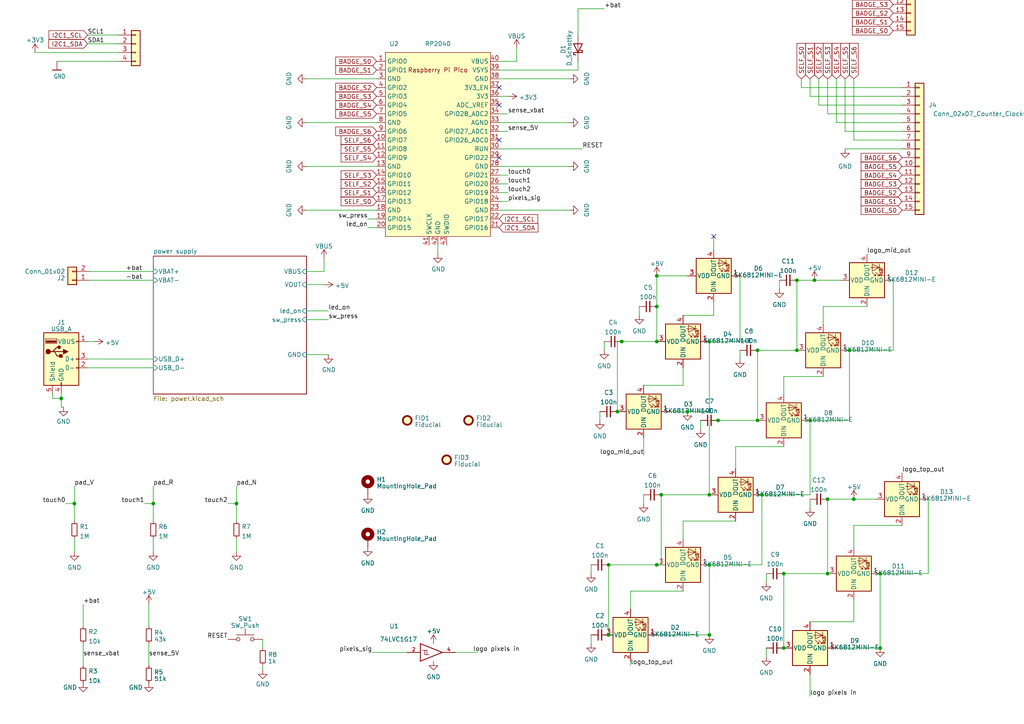
<source format=kicad_sch>
(kicad_sch (version 20230121) (generator eeschema)
  (paper "A4")
  (lib_symbols
    (symbol "74xGxx:74LVC1G17" (pin_names (offset 1.016))
      (property "Reference" "U" (at -2.54 3.81 0))
      (property "Value" "74LVC1G17" (at 0 -3.81 0))
      (symbol "74LVC1G17_1_1"
        (pin input line (at -7.62 0 0) (length 3.81) (name "~") (number "2"))
        (pin power_in line (at 0 -2.54 270) (length 0) hide (name "GND") (number "3"))
        (pin output line (at 6.35 0 180) (length 3.81) (name "~") (number "4"))
        (pin power_in line (at 0 2.54 90) (length 0) hide (name "VCC") (number "5"))
      )
    )
    (symbol "Adafruit QT Py RP2040-eagle-import:GND" (power)
      (property "Value" "GND" (at -1.524 -2.54 0))
      (symbol "GND_1_0"
        (pin power_in line (at 0 2.54 270) (length 2.54) (name "GND") (number "1"))
      )
    )
    (symbol "Connector:USB_A" (pin_names (offset 1.016))
      (property "Reference" "J" (at -5.08 11.43 0))
      (property "Value" "USB_A" (at -5.08 8.89 0))
      (symbol "USB_A_1_1"
        (pin power_in line (at 7.62 5.08 180) (length 2.54) (name "VBUS") (number "1"))
        (pin bidirectional line (at 7.62 -2.54 180) (length 2.54) (name "D-") (number "2"))
        (pin bidirectional line (at 7.62 0 180) (length 2.54) (name "D+") (number "3"))
        (pin power_in line (at 0 -10.16 90) (length 2.54) (name "GND") (number "4"))
        (pin passive line (at -2.54 -10.16 90) (length 2.54) (name "Shield") (number "5"))
      )
    )
    (symbol "Connector_Generic:Conn_01x02" (pin_names (offset 1.016) hide)
      (property "Reference" "J" (at 0 2.54 0))
      (property "Value" "Conn_01x02" (at 0 -5.08 0))
      (symbol "Conn_01x02_1_1"
        (pin passive line (at -5.08 0 0) (length 3.81) (name "Pin_1") (number "1"))
        (pin passive line (at -5.08 -2.54 0) (length 3.81) (name "Pin_2") (number "2"))
      )
    )
    (symbol "Connector_Generic:Conn_01x04" (pin_names (offset 1.016) hide)
      (property "Reference" "J" (at 0 5.08 0))
      (property "Value" "Conn_01x04" (at 0 -7.62 0))
      (symbol "Conn_01x04_1_1"
        (pin passive line (at -5.08 2.54 0) (length 3.81) (name "Pin_1") (number "1"))
        (pin passive line (at -5.08 0 0) (length 3.81) (name "Pin_2") (number "2"))
        (pin passive line (at -5.08 -2.54 0) (length 3.81) (name "Pin_3") (number "3"))
        (pin passive line (at -5.08 -5.08 0) (length 3.81) (name "Pin_4") (number "4"))
      )
    )
    (symbol "Connector_Generic:Conn_01x15" (pin_names (offset 1.016) hide)
      (property "Reference" "J" (at 0 20.32 0))
      (property "Value" "Conn_01x15" (at 0 -20.32 0))
      (symbol "Conn_01x15_1_1"
        (pin passive line (at -5.08 17.78 0) (length 3.81) (name "Pin_1") (number "1"))
        (pin passive line (at -5.08 -5.08 0) (length 3.81) (name "Pin_10") (number "10"))
        (pin passive line (at -5.08 -7.62 0) (length 3.81) (name "Pin_11") (number "11"))
        (pin passive line (at -5.08 -10.16 0) (length 3.81) (name "Pin_12") (number "12"))
        (pin passive line (at -5.08 -12.7 0) (length 3.81) (name "Pin_13") (number "13"))
        (pin passive line (at -5.08 -15.24 0) (length 3.81) (name "Pin_14") (number "14"))
        (pin passive line (at -5.08 -17.78 0) (length 3.81) (name "Pin_15") (number "15"))
        (pin passive line (at -5.08 15.24 0) (length 3.81) (name "Pin_2") (number "2"))
        (pin passive line (at -5.08 12.7 0) (length 3.81) (name "Pin_3") (number "3"))
        (pin passive line (at -5.08 10.16 0) (length 3.81) (name "Pin_4") (number "4"))
        (pin passive line (at -5.08 7.62 0) (length 3.81) (name "Pin_5") (number "5"))
        (pin passive line (at -5.08 5.08 0) (length 3.81) (name "Pin_6") (number "6"))
        (pin passive line (at -5.08 2.54 0) (length 3.81) (name "Pin_7") (number "7"))
        (pin passive line (at -5.08 0 0) (length 3.81) (name "Pin_8") (number "8"))
        (pin passive line (at -5.08 -2.54 0) (length 3.81) (name "Pin_9") (number "9"))
      )
    )
    (symbol "Device:C_Small" (pin_numbers hide) (pin_names (offset 0.254) hide)
      (property "Reference" "C" (at 0.254 1.778 0))
      (property "Value" "C_Small" (at 0.254 -2.032 0))
      (symbol "C_Small_1_1"
        (pin passive line (at 0 2.54 270) (length 2.032) (name "~") (number "1"))
        (pin passive line (at 0 -2.54 90) (length 2.032) (name "~") (number "2"))
      )
    )
    (symbol "Device:D_Schottky" (pin_numbers hide) (pin_names (offset 1.016) hide)
      (property "Reference" "D" (at 0 2.54 0))
      (property "Value" "D_Schottky" (at 0 -2.54 0))
      (symbol "D_Schottky_1_1"
        (pin passive line (at -3.81 0 0) (length 2.54) (name "K") (number "1"))
        (pin passive line (at 3.81 0 180) (length 2.54) (name "A") (number "2"))
      )
    )
    (symbol "Device:R_Small" (pin_numbers hide) (pin_names (offset 0.254) hide)
      (property "Reference" "R" (at 0.762 0.508 0))
      (property "Value" "R_Small" (at 0.762 -1.016 0))
      (symbol "R_Small_1_1"
        (pin passive line (at 0 2.54 270) (length 0.762) (name "~") (number "1"))
        (pin passive line (at 0 -2.54 90) (length 0.762) (name "~") (number "2"))
      )
    )
    (symbol "Jumper:SolderJumper_2_Open" (pin_names (offset 0) hide)
      (property "Reference" "JP" (at 0 2.032 0))
      (property "Value" "SolderJumper_2_Open" (at 0 -2.54 0))
      (symbol "SolderJumper_2_Open_1_1"
        (pin passive line (at -3.81 0 0) (length 2.54) (name "A") (number "1"))
        (pin passive line (at 3.81 0 180) (length 2.54) (name "B") (number "2"))
      )
    )
    (symbol "LED:SK6805-MINI-E" (pin_names (offset 0.254))
      (property "Reference" "D" (at 5.08 5.715 0))
      (property "Value" "SK6805-MINI-E" (at 1.27 -5.715 0))
      (symbol "SK6805-MINI-E_0_0"
        (text "RGB" (at 2.286 -4.191 0) (effects (font (size 0.762 0.762))))
      )
      (symbol "SK6805-MINI-E_1_1"
        (pin power_in line (at 0 -7.62 90) (length 2.54) (name "GND") (number "1"))
        (pin input line (at -7.62 0 0) (length 2.54) (name "DIN") (number "2"))
        (pin power_in line (at 0 7.62 270) (length 2.54) (name "VDD") (number "3"))
        (pin output line (at 7.62 0 180) (length 2.54) (name "DOUT") (number "4"))
      )
    )
    (symbol "MCU_RaspberryPi_and_Boards:Pico"
      (property "Reference" "U" (at -13.97 27.94 0))
      (property "Value" "Pico" (at 0 19.05 0))
      (symbol "Pico_0_0"
        (text "Raspberry Pi Pico" (at 0 21.59 0) (effects (font (size 1.27 1.27))))
      )
      (symbol "Pico_1_1"
        (pin bidirectional line (at -17.78 24.13 0) (length 2.54) (name "GPIO0") (number "1"))
        (pin bidirectional line (at -17.78 1.27 0) (length 2.54) (name "GPIO7") (number "10"))
        (pin bidirectional line (at -17.78 -1.27 0) (length 2.54) (name "GPIO8") (number "11"))
        (pin bidirectional line (at -17.78 -3.81 0) (length 2.54) (name "GPIO9") (number "12"))
        (pin power_in line (at -17.78 -6.35 0) (length 2.54) (name "GND") (number "13"))
        (pin bidirectional line (at -17.78 -8.89 0) (length 2.54) (name "GPIO10") (number "14"))
        (pin bidirectional line (at -17.78 -11.43 0) (length 2.54) (name "GPIO11") (number "15"))
        (pin bidirectional line (at -17.78 -13.97 0) (length 2.54) (name "GPIO12") (number "16"))
        (pin bidirectional line (at -17.78 -16.51 0) (length 2.54) (name "GPIO13") (number "17"))
        (pin power_in line (at -17.78 -19.05 0) (length 2.54) (name "GND") (number "18"))
        (pin bidirectional line (at -17.78 -21.59 0) (length 2.54) (name "GPIO14") (number "19"))
        (pin bidirectional line (at -17.78 21.59 0) (length 2.54) (name "GPIO1") (number "2"))
        (pin bidirectional line (at -17.78 -24.13 0) (length 2.54) (name "GPIO15") (number "20"))
        (pin bidirectional line (at 17.78 -24.13 180) (length 2.54) (name "GPIO16") (number "21"))
        (pin bidirectional line (at 17.78 -21.59 180) (length 2.54) (name "GPIO17") (number "22"))
        (pin power_in line (at 17.78 -19.05 180) (length 2.54) (name "GND") (number "23"))
        (pin bidirectional line (at 17.78 -16.51 180) (length 2.54) (name "GPIO18") (number "24"))
        (pin bidirectional line (at 17.78 -13.97 180) (length 2.54) (name "GPIO19") (number "25"))
        (pin bidirectional line (at 17.78 -11.43 180) (length 2.54) (name "GPIO20") (number "26"))
        (pin bidirectional line (at 17.78 -8.89 180) (length 2.54) (name "GPIO21") (number "27"))
        (pin power_in line (at 17.78 -6.35 180) (length 2.54) (name "GND") (number "28"))
        (pin bidirectional line (at 17.78 -3.81 180) (length 2.54) (name "GPIO22") (number "29"))
        (pin power_in line (at -17.78 19.05 0) (length 2.54) (name "GND") (number "3"))
        (pin input line (at 17.78 -1.27 180) (length 2.54) (name "RUN") (number "30"))
        (pin bidirectional line (at 17.78 1.27 180) (length 2.54) (name "GPIO26_ADC0") (number "31"))
        (pin bidirectional line (at 17.78 3.81 180) (length 2.54) (name "GPIO27_ADC1") (number "32"))
        (pin power_in line (at 17.78 6.35 180) (length 2.54) (name "AGND") (number "33"))
        (pin bidirectional line (at 17.78 8.89 180) (length 2.54) (name "GPIO28_ADC2") (number "34"))
        (pin power_in line (at 17.78 11.43 180) (length 2.54) (name "ADC_VREF") (number "35"))
        (pin power_in line (at 17.78 13.97 180) (length 2.54) (name "3V3") (number "36"))
        (pin input line (at 17.78 16.51 180) (length 2.54) (name "3V3_EN") (number "37"))
        (pin bidirectional line (at 17.78 19.05 180) (length 2.54) (name "GND") (number "38"))
        (pin power_in line (at 17.78 21.59 180) (length 2.54) (name "VSYS") (number "39"))
        (pin bidirectional line (at -17.78 16.51 0) (length 2.54) (name "GPIO2") (number "4"))
        (pin power_in line (at 17.78 24.13 180) (length 2.54) (name "VBUS") (number "40"))
        (pin input line (at -2.54 -29.21 90) (length 2.54) (name "SWCLK") (number "41"))
        (pin power_in line (at 0 -29.21 90) (length 2.54) (name "GND") (number "42"))
        (pin bidirectional line (at 2.54 -29.21 90) (length 2.54) (name "SWDIO") (number "43"))
        (pin bidirectional line (at -17.78 13.97 0) (length 2.54) (name "GPIO3") (number "5"))
        (pin bidirectional line (at -17.78 11.43 0) (length 2.54) (name "GPIO4") (number "6"))
        (pin bidirectional line (at -17.78 8.89 0) (length 2.54) (name "GPIO5") (number "7"))
        (pin power_in line (at -17.78 6.35 0) (length 2.54) (name "GND") (number "8"))
        (pin bidirectional line (at -17.78 3.81 0) (length 2.54) (name "GPIO6") (number "9"))
      )
    )
    (symbol "Mechanical:Fiducial"
      (property "Reference" "FID" (at 0 5.08 0))
      (property "Value" "Fiducial" (at 0 3.175 0))
    )
    (symbol "Mechanical:MountingHole_Pad" (pin_numbers hide) (pin_names (offset 1.016) hide)
      (property "Reference" "H" (at 0 6.35 0))
      (property "Value" "MountingHole_Pad" (at 0 4.445 0))
      (symbol "MountingHole_Pad_1_1"
        (pin input line (at 0 -2.54 90) (length 2.54) (name "1") (number "1"))
      )
    )
    (symbol "Switch:SW_Push" (pin_numbers hide) (pin_names (offset 1.016) hide)
      (property "Reference" "SW" (at 1.27 2.54 0))
      (property "Value" "SW_Push" (at 0 -1.524 0))
      (symbol "SW_Push_0_1"
        (pin passive line (at -5.08 0 0) (length 2.54) (name "1") (number "1"))
        (pin passive line (at 5.08 0 180) (length 2.54) (name "2") (number "2"))
      )
    )
    (symbol "power:+3.3V" (power) (pin_names (offset 0))
      (property "Value" "+3.3V" (at 0 3.556 0))
      (symbol "+3.3V_1_1"
        (pin power_in line (at 0 0 90) (length 0) hide (name "+3V3") (number "1"))
      )
    )
    (symbol "power:+5V" (power) (pin_names (offset 0))
      (property "Value" "+5V" (at 0 3.556 0))
      (symbol "+5V_1_1"
        (pin power_in line (at 0 0 90) (length 0) hide (name "+5V") (number "1"))
      )
    )
    (symbol "power:GND" (power) (pin_names (offset 0))
      (property "Value" "GND" (at 0 -3.81 0))
      (symbol "GND_1_1"
        (pin power_in line (at 0 0 270) (length 0) hide (name "GND") (number "1"))
      )
    )
    (symbol "power:VBUS" (power) (pin_names (offset 0))
      (property "Value" "VBUS" (at 0 3.81 0))
      (symbol "VBUS_1_1"
        (pin power_in line (at 0 0 90) (length 0) hide (name "VBUS") (number "1"))
      )
    )
  )
  (junction (at 44.45 146.05))
  (junction (at 199.39 -19.05))
  (junction (at 199.39 -21.59))
  (junction (at 245.11 -11.43))
  (junction (at 231.14 101.6))
  (junction (at 199.39 -13.97))
  (junction (at 236.22 81.28))
  (junction (at 176.53 184.15))
  (junction (at 240.03 166.37))
  (junction (at 176.53 163.83))
  (junction (at 180.34 99.06))
  (junction (at 199.39 -24.13))
  (junction (at 229.87 -26.67))
  (junction (at 234.95 -21.59))
  (junction (at 17.78 115.57))
  (junction (at 255.27 166.37))
  (junction (at 179.07 119.38))
  (junction (at 219.71 121.92))
  (junction (at 220.98 143.51))
  (junction (at 219.71 101.6))
  (junction (at 255.27 187.96))
  (junction (at 242.57 -13.97))
  (junction (at 199.39 -11.43))
  (junction (at 237.49 -19.05))
  (junction (at 205.74 184.15))
  (junction (at 190.5 163.83))
  (junction (at 227.33 166.37))
  (junction (at 227.33 187.96))
  (junction (at 190.5 80.01))
  (junction (at 190.5 88.9))
  (junction (at 208.28 121.92))
  (junction (at 246.38 101.6))
  (junction (at 205.74 163.83))
  (junction (at 240.03 144.78))
  (junction (at 234.95 121.92))
  (junction (at 205.74 99.06))
  (junction (at 231.14 81.28))
  (junction (at 68.58 146.05))
  (junction (at 191.77 143.51))
  (junction (at 247.65 144.78))
  (junction (at 190.5 99.06))
  (junction (at 232.41 -24.13))
  (junction (at 21.59 146.05))
  (junction (at 199.39 -16.51))
  (junction (at 199.39 119.38))
  (junction (at 205.74 143.51))
  (junction (at 240.03 -16.51))
  (no_connect (at 144.78 45.72))
  (no_connect (at 144.78 40.64))
  (no_connect (at 144.78 30.48))
  (no_connect (at 144.78 25.4))
  (no_connect (at 207.01 68.58))
  (wire (pts (xy 240.03 166.37) (xy 240.03 144.78)))
  (wire (pts (xy 199.39 -13.97) (xy 199.39 -11.43)))
  (wire (pts (xy 10.16 15.24) (xy 34.29 15.24)))
  (wire (pts (xy 199.39 -13.97) (xy 201.93 -13.97)))
  (wire (pts (xy 88.9 90.17) (xy 95.25 90.17)))
  (wire (pts (xy 234.95 121.92) (xy 246.38 121.92)))
  (wire (pts (xy 149.86 17.78) (xy 149.86 13.97)))
  (wire (pts (xy 138.43 189.23) (xy 132.08 189.23)))
  (wire (pts (xy 88.9 35.56) (xy 109.22 35.56)))
  (wire (pts (xy 213.36 151.13) (xy 198.12 151.13)))
  (wire (pts (xy 185.42 91.44) (xy 185.42 88.9)))
  (wire (pts (xy 199.39 80.01) (xy 190.5 80.01)))
  (wire (pts (xy 26.035 81.28) (xy 44.45 81.28)))
  (wire (pts (xy 255.27 187.96) (xy 242.57 187.96)))
  (wire (pts (xy 199.39 -26.67) (xy 199.39 -24.13)))
  (wire (pts (xy 106.68 63.5) (xy 109.22 63.5)))
  (wire (pts (xy 199.39 -19.05) (xy 199.39 -16.51)))
  (wire (pts (xy 222.25 190.5) (xy 222.25 187.96)))
  (wire (pts (xy 17.78 118.11) (xy 18.415 118.11)))
  (wire (pts (xy 214.63 80.01) (xy 214.63 99.06)))
  (wire (pts (xy 24.13 175.26) (xy 24.13 181.61)))
  (wire (pts (xy 246.38 121.92) (xy 246.38 101.6)))
  (wire (pts (xy 144.78 58.42) (xy 147.32 58.42)))
  (wire (pts (xy 66.04 146.05) (xy 68.58 146.05)))
  (wire (pts (xy 44.45 146.05) (xy 44.45 151.13)))
  (wire (pts (xy 236.22 81.28) (xy 231.14 81.28)))
  (wire (pts (xy 41.91 146.05) (xy 44.45 146.05)))
  (wire (pts (xy 144.78 35.56) (xy 165.1 35.56)))
  (wire (pts (xy 199.39 -21.59) (xy 199.39 -19.05)))
  (wire (pts (xy 209.55 -13.97) (xy 242.57 -13.97)))
  (wire (pts (xy 269.24 166.37) (xy 255.27 166.37)))
  (wire (pts (xy 199.39 -11.43) (xy 199.39 -6.35)))
  (wire (pts (xy 88.9 22.86) (xy 109.22 22.86)))
  (wire (pts (xy 190.5 99.06) (xy 180.34 99.06)))
  (wire (pts (xy 207.01 68.58) (xy 207.01 72.39)))
  (wire (pts (xy 209.55 -11.43) (xy 245.11 -11.43)))
  (wire (pts (xy 234.95 27.94) (xy 261.62 27.94)))
  (wire (pts (xy 219.71 101.6) (xy 219.71 121.92)))
  (wire (pts (xy 245.11 -29.21) (xy 245.11 -11.43)))
  (wire (pts (xy 199.39 -11.43) (xy 201.93 -11.43)))
  (wire (pts (xy 144.78 55.88) (xy 147.32 55.88)))
  (wire (pts (xy 227.33 109.22) (xy 227.33 114.3)))
  (wire (pts (xy 232.41 25.4) (xy 261.62 25.4)))
  (wire (pts (xy 44.45 156.21) (xy 44.45 160.02)))
  (wire (pts (xy 240.03 -16.51) (xy 259.08 -16.51)))
  (wire (pts (xy 247.65 152.4) (xy 247.65 158.75)))
  (wire (pts (xy 227.33 166.37) (xy 240.03 166.37)))
  (wire (pts (xy 88.9 48.26) (xy 109.22 48.26)))
  (wire (pts (xy 144.78 48.26) (xy 165.1 48.26)))
  (wire (pts (xy 205.74 121.92) (xy 205.74 143.51)))
  (wire (pts (xy 232.41 -24.13) (xy 259.08 -24.13)))
  (wire (pts (xy 207.01 91.44) (xy 207.01 87.63)))
  (wire (pts (xy 208.28 121.92) (xy 205.74 121.92)))
  (wire (pts (xy 237.49 -29.21) (xy 237.49 -19.05)))
  (wire (pts (xy 245.11 22.86) (xy 245.11 38.1)))
  (wire (pts (xy 190.5 163.83) (xy 176.53 163.83)))
  (wire (pts (xy 234.95 -29.21) (xy 234.95 -21.59)))
  (wire (pts (xy 27.305 99.06) (xy 25.4 99.06)))
  (wire (pts (xy 214.63 99.06) (xy 205.74 99.06)))
  (wire (pts (xy 191.77 163.83) (xy 190.5 163.83)))
  (wire (pts (xy 34.29 17.78) (xy 16.51 17.78)))
  (wire (pts (xy 106.68 66.04) (xy 109.22 66.04)))
  (wire (pts (xy 190.5 80.01) (xy 190.5 88.9)))
  (wire (pts (xy 127 71.12) (xy 127 73.66)))
  (wire (pts (xy 269.24 144.78) (xy 269.24 166.37)))
  (wire (pts (xy 199.39 -16.51) (xy 201.93 -16.51)))
  (wire (pts (xy 186.69 146.05) (xy 186.69 143.51)))
  (wire (pts (xy 173.99 121.92) (xy 173.99 119.38)))
  (wire (pts (xy 209.55 -24.13) (xy 232.41 -24.13)))
  (wire (pts (xy 199.39 -24.13) (xy 201.93 -24.13)))
  (wire (pts (xy 43.18 186.69) (xy 43.18 193.04)))
  (wire (pts (xy 191.77 143.51) (xy 191.77 163.83)))
  (wire (pts (xy 21.59 146.05) (xy 21.59 151.13)))
  (wire (pts (xy 251.46 88.9) (xy 238.76 88.9)))
  (wire (pts (xy 222.25 168.91) (xy 222.25 166.37)))
  (wire (pts (xy 232.41 -29.21) (xy 232.41 -24.13)))
  (wire (pts (xy 186.69 111.76) (xy 198.12 111.76)))
  (wire (pts (xy 247.65 144.78) (xy 254 144.78)))
  (wire (pts (xy 165.1 22.86) (xy 144.78 22.86)))
  (wire (pts (xy 176.53 163.83) (xy 176.53 184.15)))
  (wire (pts (xy 198.12 91.44) (xy 207.01 91.44)))
  (wire (pts (xy 234.95 22.86) (xy 234.95 27.94)))
  (wire (pts (xy 240.03 22.86) (xy 240.03 33.02)))
  (wire (pts (xy 43.18 175.26) (xy 43.18 181.61)))
  (wire (pts (xy 44.45 140.97) (xy 44.45 146.05)))
  (wire (pts (xy 227.33 187.96) (xy 227.33 166.37)))
  (wire (pts (xy 68.58 146.05) (xy 68.58 151.13)))
  (wire (pts (xy 107.95 189.23) (xy 118.11 189.23)))
  (wire (pts (xy 237.49 22.86) (xy 237.49 30.48)))
  (wire (pts (xy 144.78 53.34) (xy 147.32 53.34)))
  (wire (pts (xy 242.57 22.86) (xy 242.57 35.56)))
  (wire (pts (xy 247.65 173.99) (xy 247.65 180.34)))
  (wire (pts (xy 238.76 88.9) (xy 238.76 93.98)))
  (wire (pts (xy 88.9 60.96) (xy 109.22 60.96)))
  (wire (pts (xy 17.78 118.11) (xy 17.78 115.57)))
  (wire (pts (xy 34.29 12.7) (xy 25.4 12.7)))
  (wire (pts (xy 17.78 115.57) (xy 17.78 114.3)))
  (wire (pts (xy 167.64 2.54) (xy 175.26 2.54)))
  (wire (pts (xy 205.74 99.06) (xy 205.74 119.38)))
  (wire (pts (xy 247.65 40.64) (xy 261.62 40.64)))
  (wire (pts (xy 21.59 156.21) (xy 21.59 160.02)))
  (wire (pts (xy 214.63 104.14) (xy 214.63 101.6)))
  (wire (pts (xy 186.69 132.08) (xy 186.69 127)))
  (wire (pts (xy 231.14 81.28) (xy 231.14 101.6)))
  (wire (pts (xy 176.53 184.15) (xy 175.26 184.15)))
  (wire (pts (xy 247.65 22.86) (xy 247.65 40.64)))
  (wire (pts (xy 247.65 180.34) (xy 234.95 180.34)))
  (wire (pts (xy 15.24 115.57) (xy 17.78 115.57)))
  (wire (pts (xy 237.49 30.48) (xy 261.62 30.48)))
  (wire (pts (xy 175.26 101.6) (xy 175.26 99.06)))
  (wire (pts (xy 198.12 111.76) (xy 198.12 106.68)))
  (wire (pts (xy 26.035 78.74) (xy 44.45 78.74)))
  (wire (pts (xy 167.64 20.32) (xy 167.64 17.78)))
  (wire (pts (xy 205.74 143.51) (xy 191.77 143.51)))
  (wire (pts (xy 220.98 163.83) (xy 220.98 143.51)))
  (wire (pts (xy 246.38 101.6) (xy 259.08 101.6)))
  (wire (pts (xy 144.78 17.78) (xy 149.86 17.78)))
  (wire (pts (xy 237.49 -19.05) (xy 259.08 -19.05)))
  (wire (pts (xy 234.95 143.51) (xy 234.95 121.92)))
  (wire (pts (xy 171.45 186.69) (xy 171.45 184.15)))
  (wire (pts (xy 199.39 -26.67) (xy 201.93 -26.67)))
  (wire (pts (xy 34.29 10.16) (xy 25.4 10.16)))
  (wire (pts (xy 25.4 106.68) (xy 44.45 106.68)))
  (wire (pts (xy 144.78 27.94) (xy 147.32 27.94)))
  (wire (pts (xy 190.5 88.9) (xy 190.5 99.06)))
  (wire (pts (xy 232.41 22.86) (xy 232.41 25.4)))
  (wire (pts (xy 203.2 124.46) (xy 203.2 121.92)))
  (wire (pts (xy 19.05 146.05) (xy 21.59 146.05)))
  (wire (pts (xy 68.58 140.97) (xy 68.58 146.05)))
  (wire (pts (xy 199.39 -21.59) (xy 201.93 -21.59)))
  (wire (pts (xy 25.4 104.14) (xy 44.45 104.14)))
  (wire (pts (xy 242.57 -8.89) (xy 259.08 -8.89)))
  (wire (pts (xy 209.55 -19.05) (xy 237.49 -19.05)))
  (wire (pts (xy 76.2 193.04) (xy 76.2 194.31)))
  (wire (pts (xy 171.45 166.37) (xy 171.45 163.83)))
  (wire (pts (xy 219.71 121.92) (xy 208.28 121.92)))
  (wire (pts (xy 209.55 -16.51) (xy 240.03 -16.51)))
  (wire (pts (xy 245.11 38.1) (xy 261.62 38.1)))
  (wire (pts (xy 242.57 35.56) (xy 261.62 35.56)))
  (wire (pts (xy 240.03 144.78) (xy 247.65 144.78)))
  (wire (pts (xy 180.34 99.06) (xy 179.07 99.06)))
  (wire (pts (xy 213.36 129.54) (xy 213.36 135.89)))
  (wire (pts (xy 190.5 184.15) (xy 205.74 184.15)))
  (wire (pts (xy 261.62 152.4) (xy 247.65 152.4)))
  (wire (pts (xy 209.55 -21.59) (xy 234.95 -21.59)))
  (wire (pts (xy 144.78 38.1) (xy 147.32 38.1)))
  (wire (pts (xy 199.39 -16.51) (xy 199.39 -13.97)))
  (wire (pts (xy 144.78 60.96) (xy 165.1 60.96)))
  (wire (pts (xy 234.95 147.32) (xy 234.95 144.78)))
  (wire (pts (xy 144.78 33.02) (xy 147.32 33.02)))
  (wire (pts (xy 76.2 185.42) (xy 76.2 187.96)))
  (wire (pts (xy 182.88 193.04) (xy 182.88 191.77)))
  (wire (pts (xy 240.03 -29.21) (xy 240.03 -16.51)))
  (wire (pts (xy 234.95 -21.59) (xy 259.08 -21.59)))
  (wire (pts (xy 209.55 -26.67) (xy 229.87 -26.67)))
  (wire (pts (xy 227.33 129.54) (xy 213.36 129.54)))
  (wire (pts (xy 88.9 82.55) (xy 93.98 82.55)))
  (wire (pts (xy 229.87 -26.67) (xy 259.08 -26.67)))
  (wire (pts (xy 144.78 20.32) (xy 167.64 20.32)))
  (wire (pts (xy 242.57 -13.97) (xy 259.08 -13.97)))
  (wire (pts (xy 245.11 43.18) (xy 261.62 43.18)))
  (wire (pts (xy 245.11 -11.43) (xy 259.08 -11.43)))
  (wire (pts (xy 220.98 143.51) (xy 234.95 143.51)))
  (wire (pts (xy 144.78 50.8) (xy 147.32 50.8)))
  (wire (pts (xy 198.12 171.45) (xy 182.88 171.45)))
  (wire (pts (xy 199.39 -24.13) (xy 199.39 -21.59)))
  (wire (pts (xy 68.58 156.21) (xy 68.58 160.02)))
  (wire (pts (xy 259.08 101.6) (xy 259.08 81.28)))
  (wire (pts (xy 255.27 166.37) (xy 255.27 187.96)))
  (wire (pts (xy 167.64 10.16) (xy 167.64 2.54)))
  (wire (pts (xy 242.57 -29.21) (xy 242.57 -13.97)))
  (wire (pts (xy 24.13 186.69) (xy 24.13 193.04)))
  (wire (pts (xy 21.59 140.97) (xy 21.59 146.05)))
  (wire (pts (xy 229.87 -29.21) (xy 229.87 -26.67)))
  (wire (pts (xy 144.78 43.18) (xy 168.91 43.18)))
  (wire (pts (xy 231.14 101.6) (xy 219.71 101.6)))
  (wire (pts (xy 15.24 114.3) (xy 15.24 115.57)))
  (wire (pts (xy 205.74 163.83) (xy 220.98 163.83)))
  (wire (pts (xy 240.03 33.02) (xy 261.62 33.02)))
  (wire (pts (xy 226.06 83.82) (xy 226.06 81.28)))
  (wire (pts (xy 198.12 151.13) (xy 198.12 156.21)))
  (wire (pts (xy 93.98 78.74) (xy 93.98 74.93)))
  (wire (pts (xy 88.9 78.74) (xy 93.98 78.74)))
  (wire (pts (xy 238.76 109.22) (xy 227.33 109.22)))
  (wire (pts (xy 88.9 102.87) (xy 95.25 102.87)))
  (wire (pts (xy 179.07 99.06) (xy 179.07 119.38)))
  (wire (pts (xy 205.74 119.38) (xy 199.39 119.38)))
  (wire (pts (xy 88.9 92.71) (xy 95.25 92.71)))
  (wire (pts (xy 243.84 81.28) (xy 236.22 81.28)))
  (wire (pts (xy 199.39 -19.05) (xy 201.93 -19.05)))
  (wire (pts (xy 199.39 119.38) (xy 194.31 119.38)))
  (wire (pts (xy 205.74 184.15) (xy 205.74 163.83)))
  (wire (pts (xy 234.95 195.58) (xy 234.95 201.93)))
  (wire (pts (xy 182.88 171.45) (xy 182.88 176.53)))
  (label "sw_press" (at 95.25 92.71 0))
  (label "led_on" (at 106.68 66.04 180))
  (label "pad_N" (at 68.58 140.97 0))
  (label "logo_mid_out" (at 186.69 132.08 180))
  (label "touch0" (at 147.32 50.8 0))
  (label "sense_5V" (at 43.18 190.5 0))
  (label "RESET" (at 66.04 185.42 180))
  (label "sense_5V" (at 147.32 38.1 0))
  (label "pixels_sig" (at 147.32 58.42 0))
  (label "sense_vbat" (at 147.32 33.02 0))
  (label "pad_R" (at 44.45 140.97 0))
  (label "logo pixels in" (at 234.95 201.93 0))
  (label "pad_V" (at 21.59 140.97 0))
  (label "pixels_sig" (at 107.95 189.23 180))
  (label "touch0" (at 19.05 146.05 180))
  (label "touch1" (at 41.91 146.05 180))
  (label "logo_top_out" (at 182.88 193.04 0))
  (label "+bat" (at 175.26 2.54 0))
  (label "-bat" (at 41.275 81.28 180))
  (label "logo pixels in" (at 137.16 189.23 0))
  (label "touch2" (at 66.04 146.05 180))
  (label "+bat" (at 24.13 175.26 0))
  (label "SCL1" (at 25.4 10.16 0) (effects (font (size 1.2446 1.2446))))
  (label "touch1" (at 147.32 53.34 0))
  (label "sense_vbat" (at 24.13 190.5 0))
  (label "logo_top_out" (at 261.62 137.16 0))
  (label "led_on" (at 95.25 90.17 0))
  (label "touch2" (at 147.32 55.88 0))
  (label "logo_mid_out" (at 251.46 73.66 0))
  (label "sw_press" (at 106.68 63.5 180))
  (label "+bat" (at 41.275 78.74 180))
  (label "SDA1" (at 25.4 12.7 0) (effects (font (size 1.2446 1.2446))))
  (label "RESET" (at 168.91 43.18 0))
  (global_label "I2C1_SCL" (shape input) (at 144.78 63.5 0) (property "Intersheetrefs" "${INTERSHEET_REFS}" (effects hide)))
  (global_label "BADGE_S4" (shape input) (at 109.22 30.48 180) (property "Intersheetrefs" "${INTERSHEET_REFS}" (effects hide)))
  (global_label "SELF_S4" (shape input) (at 240.03 -29.21 90) (property "Intersheetrefs" "${INTERSHEET_REFS}" (effects hide)))
  (global_label "BADGE_S1" (shape input) (at 109.22 20.32 180) (property "Intersheetrefs" "${INTERSHEET_REFS}" (effects hide)))
  (global_label "SELF_S6" (shape input) (at 247.65 22.86 90) (property "Intersheetrefs" "${INTERSHEET_REFS}" (effects hide)))
  (global_label "BADGE_S4" (shape input) (at 261.62 50.8 180) (property "Intersheetrefs" "${INTERSHEET_REFS}" (effects hide)))
  (global_label "BADGE_S3" (shape input) (at 261.62 53.34 180) (property "Intersheetrefs" "${INTERSHEET_REFS}" (effects hide)))
  (global_label "BADGE_S0" (shape input) (at 261.62 60.96 180) (property "Intersheetrefs" "${INTERSHEET_REFS}" (effects hide)))
  (global_label "BADGE_S3" (shape input) (at 109.22 27.94 180) (property "Intersheetrefs" "${INTERSHEET_REFS}" (effects hide)))
  (global_label "SELF_S5" (shape input) (at 242.57 -29.21 90) (property "Intersheetrefs" "${INTERSHEET_REFS}" (effects hide)))
  (global_label "SELF_S3" (shape input) (at 240.03 22.86 90) (property "Intersheetrefs" "${INTERSHEET_REFS}" (effects hide)))
  (global_label "SELF_S0" (shape input) (at 229.87 -29.21 90) (property "Intersheetrefs" "${INTERSHEET_REFS}" (effects hide)))
  (global_label "SELF_S0" (shape input) (at 109.22 58.42 180) (property "Intersheetrefs" "${INTERSHEET_REFS}" (effects hide)))
  (global_label "I2C1_SCL" (shape input) (at 25.4 10.16 180) (property "Intersheetrefs" "${INTERSHEET_REFS}" (effects hide)))
  (global_label "BADGE_S2" (shape input) (at 109.22 25.4 180) (property "Intersheetrefs" "${INTERSHEET_REFS}" (effects hide)))
  (global_label "BADGE_S5" (shape input) (at 259.08 -3.81 180) (property "Intersheetrefs" "${INTERSHEET_REFS}" (effects hide)))
  (global_label "BADGE_S6" (shape input) (at 261.62 45.72 180) (property "Intersheetrefs" "${INTERSHEET_REFS}" (effects hide)))
  (global_label "BADGE_S0" (shape input) (at 109.22 17.78 180) (property "Intersheetrefs" "${INTERSHEET_REFS}" (effects hide)))
  (global_label "SELF_S2" (shape input) (at 109.22 53.34 180) (property "Intersheetrefs" "${INTERSHEET_REFS}" (effects hide)))
  (global_label "SELF_S0" (shape input) (at 232.41 22.86 90) (property "Intersheetrefs" "${INTERSHEET_REFS}" (effects hide)))
  (global_label "SELF_S3" (shape input) (at 109.22 50.8 180) (property "Intersheetrefs" "${INTERSHEET_REFS}" (effects hide)))
  (global_label "SELF_S5" (shape input) (at 109.22 43.18 180) (property "Intersheetrefs" "${INTERSHEET_REFS}" (effects hide)))
  (global_label "BADGE_S6" (shape input) (at 109.22 38.1 180) (property "Intersheetrefs" "${INTERSHEET_REFS}" (effects hide)))
  (global_label "SELF_S2" (shape input) (at 234.95 -29.21 90) (property "Intersheetrefs" "${INTERSHEET_REFS}" (effects hide)))
  (global_label "SELF_S6" (shape input) (at 245.11 -29.21 90) (property "Intersheetrefs" "${INTERSHEET_REFS}" (effects hide)))
  (global_label "BADGE_S5" (shape input) (at 109.22 33.02 180) (property "Intersheetrefs" "${INTERSHEET_REFS}" (effects hide)))
  (global_label "BADGE_S4" (shape input) (at 259.08 -1.27 180) (property "Intersheetrefs" "${INTERSHEET_REFS}" (effects hide)))
  (global_label "SELF_S2" (shape input) (at 237.49 22.86 90) (property "Intersheetrefs" "${INTERSHEET_REFS}" (effects hide)))
  (global_label "BADGE_S6" (shape input) (at 259.08 -6.35 180) (property "Intersheetrefs" "${INTERSHEET_REFS}" (effects hide)))
  (global_label "SELF_S5" (shape input) (at 245.11 22.86 90) (property "Intersheetrefs" "${INTERSHEET_REFS}" (effects hide)))
  (global_label "BADGE_S2" (shape input) (at 259.08 3.81 180) (property "Intersheetrefs" "${INTERSHEET_REFS}" (effects hide)))
  (global_label "SELF_S1" (shape input) (at 109.22 55.88 180) (property "Intersheetrefs" "${INTERSHEET_REFS}" (effects hide)))
  (global_label "I2C1_SDA" (shape input) (at 144.78 66.04 0) (property "Intersheetrefs" "${INTERSHEET_REFS}" (effects hide)))
  (global_label "SELF_S6" (shape input) (at 109.22 40.64 180) (property "Intersheetrefs" "${INTERSHEET_REFS}" (effects hide)))
  (global_label "SELF_S1" (shape input) (at 234.95 22.86 90) (property "Intersheetrefs" "${INTERSHEET_REFS}" (effects hide)))
  (global_label "SELF_S3" (shape input) (at 237.49 -29.21 90) (property "Intersheetrefs" "${INTERSHEET_REFS}" (effects hide)))
  (global_label "SELF_S4" (shape input) (at 242.57 22.86 90) (property "Intersheetrefs" "${INTERSHEET_REFS}" (effects hide)))
  (global_label "SELF_S4" (shape input) (at 109.22 45.72 180) (property "Intersheetrefs" "${INTERSHEET_REFS}" (effects hide)))
  (global_label "SELF_S1" (shape input) (at 232.41 -29.21 90) (property "Intersheetrefs" "${INTERSHEET_REFS}" (effects hide)))
  (global_label "BADGE_S1" (shape input) (at 261.62 58.42 180) (property "Intersheetrefs" "${INTERSHEET_REFS}" (effects hide)))
  (global_label "BADGE_S3" (shape input) (at 259.08 1.27 180) (property "Intersheetrefs" "${INTERSHEET_REFS}" (effects hide)))
  (global_label "BADGE_S1" (shape input) (at 259.08 6.35 180) (property "Intersheetrefs" "${INTERSHEET_REFS}" (effects hide)))
  (global_label "BADGE_S0" (shape input) (at 259.08 8.89 180) (property "Intersheetrefs" "${INTERSHEET_REFS}" (effects hide)))
  (global_label "I2C1_SDA" (shape input) (at 25.4 12.7 180) (property "Intersheetrefs" "${INTERSHEET_REFS}" (effects hide)))
  (global_label "BADGE_S5" (shape input) (at 261.62 48.26 180) (property "Intersheetrefs" "${INTERSHEET_REFS}" (effects hide)))
  (global_label "BADGE_S2" (shape input) (at 261.62 55.88 180) (property "Intersheetrefs" "${INTERSHEET_REFS}" (effects hide)))
  (symbol (lib_id "Device:C_Small") (at 237.49 144.78 90) (unit 1)
    (property "Reference" "C12" (at 237.4963 139.2514 90))
    (property "Value" "100n" (at 237.4963 142.0265 90))
    (property "Footprint" "Capacitor_SMD:C_0805_2012Metric" (effects hide))
    (property "LCSC" "C49678" (effects hide))
  )
  (symbol (lib_id "power:GND") (at 88.9 60.96 270) (unit 1)
    (property "Reference" "#PWR014" (effects hide))
    (property "Value" "GND" (at 83.82 60.96 0))
  )
  (symbol (lib_id "Device:C_Small") (at 176.53 119.38 90) (unit 1)
    (property "Reference" "C3" (at 176.5363 113.8514 90))
    (property "Value" "100n" (at 176.5363 116.6265 90))
    (property "Footprint" "Capacitor_SMD:C_0805_2012Metric" (effects hide))
    (property "LCSC" "C49678" (effects hide))
  )
  (symbol (lib_id "LED:SK6805-MINI-E") (at 251.46 81.28 90) (unit 1)
    (property "Reference" "D12" (at 264.3887 79.1337 90))
    (property "Value" "SK6812MINI-E" (at 264.3887 81.0547 90))
    (property "Footprint" "footprints:SK6812-MINI-E" (effects hide))
    (property "Datasheet" "https://cdn-shop.adafruit.com/product-files/3484/3484_Datasheet.pdf" (effects hide))
  )
  (symbol (lib_id "LED:SK6805-MINI-E") (at 261.62 144.78 90) (unit 1)
    (property "Reference" "D13" (at 274.5487 142.6337 90))
    (property "Value" "SK6812MINI-E" (at 274.5487 144.5547 90))
    (property "Footprint" "footprints:SK6812-MINI-E" (effects hide))
    (property "Datasheet" "https://cdn-shop.adafruit.com/product-files/3484/3484_Datasheet.pdf" (effects hide))
  )
  (symbol (lib_id "power:GND") (at 88.9 48.26 270) (unit 1)
    (property "Reference" "#PWR013" (effects hide))
    (property "Value" "GND" (at 83.82 48.26 0))
  )
  (symbol (lib_id "power:+3.3V") (at 147.32 27.94 270) (unit 1)
    (property "Reference" "#PWR060" (effects hide))
    (property "Value" "+3.3V" (at 150.495 28.2568 90) (effects (justify left)))
  )
  (symbol (lib_id "power:VBUS") (at 149.86 13.97 0) (unit 1)
    (property "Reference" "#PWR021" (effects hide))
    (property "Value" "VBUS" (at 149.86 10.4681 0))
  )
  (symbol (lib_id "Mechanical:Fiducial") (at 129.54 133.35 0) (unit 1)
    (property "Reference" "FID3" (at 131.699 132.7063 0) (effects (justify left)))
    (property "Value" "Fiducial" (at 131.699 134.6273 0) (effects (justify left)))
    (property "Footprint" "Fiducial:Fiducial_1mm_Mask2mm" (effects hide))
  )
  (symbol (lib_id "Adafruit QT Py RP2040-eagle-import:GND") (at 16.51 20.32 0) (mirror y) (unit 1)
    (property "Reference" "#GND01" (effects hide))
    (property "Value" "GND" (at 19.05 22.86 0) (effects (font (size 1.27 1.0795)) (justify left bottom)))
  )
  (symbol (lib_id "LED:SK6805-MINI-E") (at 238.76 101.6 90) (unit 1)
    (property "Reference" "D10" (at 251.6887 99.4537 90))
    (property "Value" "SK6812MINI-E" (at 251.6887 101.3747 90))
    (property "Footprint" "footprints:SK6812-MINI-E" (effects hide))
    (property "Datasheet" "https://cdn-shop.adafruit.com/product-files/3484/3484_Datasheet.pdf" (effects hide))
  )
  (symbol (lib_id "Mechanical:MountingHole_Pad") (at 106.68 140.97 0) (unit 1)
    (property "Reference" "H1" (at 109.22 139.0563 0) (effects (justify left)))
    (property "Value" "MountingHole_Pad" (at 109.22 140.9773 0) (effects (justify left)))
    (property "Footprint" "MountingHole:ColumnStud_M3" (effects hide))
  )
  (symbol (lib_id "power:+5V") (at 93.98 82.55 270) (unit 1)
    (property "Reference" "#PWR016" (effects hide))
    (property "Value" "+5V" (at 97.155 82.8668 90) (effects (justify left)))
  )
  (symbol (lib_id "LED:SK6805-MINI-E") (at 198.12 163.83 90) (unit 1)
    (property "Reference" "D5" (at 211.0487 161.6837 90))
    (property "Value" "SK6812MINI-E" (at 211.0487 163.6047 90))
    (property "Footprint" "footprints:SK6812-MINI-E" (effects hide))
    (property "Datasheet" "https://cdn-shop.adafruit.com/product-files/3484/3484_Datasheet.pdf" (effects hide))
  )
  (symbol (lib_id "Jumper:SolderJumper_2_Open") (at 205.74 -19.05 0) (unit 1)
    (property "Reference" "JP4" (at 193.04 -19.05 0))
    (property "Value" "SolderJumper_2_Open" (effects hide))
    (property "Footprint" "Jumper:SolderJumper-2_P1.3mm_Open_TrianglePad1.0x1.5mm" (effects hide))
  )
  (symbol (lib_id "LED:SK6805-MINI-E") (at 213.36 143.51 90) (unit 1)
    (property "Reference" "D7" (at 226.2887 141.3637 90))
    (property "Value" "SK6812MINI-E" (at 226.2887 143.2847 90))
    (property "Footprint" "footprints:SK6812-MINI-E" (effects hide))
    (property "Datasheet" "https://cdn-shop.adafruit.com/product-files/3484/3484_Datasheet.pdf" (effects hide))
  )
  (symbol (lib_id "power:GND") (at 173.99 121.92 0) (unit 1)
    (property "Reference" "#PWR028" (effects hide))
    (property "Value" "GND" (at 173.99 126.4825 0))
  )
  (symbol (lib_id "power:GND") (at 127 73.66 0) (unit 1)
    (property "Reference" "#PWR020" (effects hide))
    (property "Value" "GND" (at 127.127 78.0542 0))
  )
  (symbol (lib_id "power:GND") (at 214.63 104.14 0) (unit 1)
    (property "Reference" "#PWR036" (effects hide))
    (property "Value" "GND" (at 214.63 108.7025 0))
  )
  (symbol (lib_id "power:GND") (at 222.25 190.5 0) (unit 1)
    (property "Reference" "#PWR038" (effects hide))
    (property "Value" "GND" (at 222.25 195.0625 0))
  )
  (symbol (lib_id "Device:R_Small") (at 43.18 195.58 0) (unit 1)
    (property "Reference" "R5" (at 44.6786 194.9363 0) (effects (justify left)))
    (property "Value" "51k" (at 44.6786 196.8573 0) (effects (justify left)))
    (property "Footprint" "Resistor_SMD:R_0603_1608Metric" (effects hide))
    (property "LCSC" "C23196" (effects hide))
    (property "Part" "0805W8F5102T5E" (effects hide))
  )
  (symbol (lib_id "Switch:SW_Push") (at 71.12 185.42 0) (unit 1)
    (property "Reference" "SW1" (at 71.12 179.4891 0))
    (property "Value" "SW_Push" (at 71.12 181.4101 0))
    (property "Footprint" "Button_Switch_SMD:ShouHan_TS24CA" (effects hide))
    (property "LCSC" "C393942" (effects hide))
    (property "Part" "TS24CA" (effects hide))
  )
  (symbol (lib_id "power:+5V") (at 27.305 99.06 270) (mirror x) (unit 1)
    (property "Reference" "#PWR05" (effects hide))
    (property "Value" "+5V" (at 30.4799 99.3768 90) (effects (justify left)))
  )
  (symbol (lib_id "power:+5V") (at 190.5 80.01 0) (mirror y) (unit 1)
    (property "Reference" "#PWR055" (effects hide))
    (property "Value" "+5V" (at 190.5 76.5081 0))
  )
  (symbol (lib_id "Device:C_Small") (at 224.79 187.96 90) (unit 1)
    (property "Reference" "C10" (at 224.7963 182.4314 90))
    (property "Value" "100n" (at 224.7963 185.2065 90))
    (property "Footprint" "Capacitor_SMD:C_0805_2012Metric" (effects hide))
    (property "LCSC" "C49678" (effects hide))
  )
  (symbol (lib_id "power:GND") (at 242.57 -8.89 0) (unit 1)
    (property "Reference" "#PWR058" (effects hide))
    (property "Value" "GND" (at 242.57 -3.81 0))
  )
  (symbol (lib_id "Device:R_Small") (at 76.2 190.5 180) (unit 1)
    (property "Reference" "R8" (at 77.6986 189.8563 0) (effects (justify right)))
    (property "Value" "1k" (at 77.6986 191.7773 0) (effects (justify right)))
    (property "Footprint" "Resistor_SMD:R_0603_1608Metric" (effects hide))
    (property "LCSC" "C21190" (effects hide))
    (property "Part" "0805W8F2001T5E" (effects hide))
  )
  (symbol (lib_id "Connector:USB_A") (at 17.78 104.14 0) (unit 1)
    (property "Reference" "J1" (at 17.78 93.5101 0))
    (property "Value" "USB_A" (at 17.78 95.4311 0))
    (property "Footprint" "Connector_USB:USB_A_Jing_904-131A2032S10100" (effects hide))
    (property "Datasheet" "https://datasheet.lcsc.com/lcsc/1912111437_SHOU-HAN-AF90CBJ_C404964.pdf" (effects hide))
    (property "LCSC" "C404964" (effects hide))
  )
  (symbol (lib_id "power:GND") (at 186.69 146.05 0) (unit 1)
    (property "Reference" "#PWR031" (effects hide))
    (property "Value" "GND" (at 186.69 150.6125 0))
  )
  (symbol (lib_id "power:+5V") (at 43.18 175.26 0) (unit 1)
    (property "Reference" "#PWR06" (effects hide))
    (property "Value" "+5V" (at 43.18 171.7581 0))
  )
  (symbol (lib_id "power:GND") (at 226.06 83.82 0) (unit 1)
    (property "Reference" "#PWR039" (effects hide))
    (property "Value" "GND" (at 226.06 88.3825 0))
  )
  (symbol (lib_id "power:GND") (at 88.9 35.56 270) (unit 1)
    (property "Reference" "#PWR012" (effects hide))
    (property "Value" "GND" (at 83.82 35.56 0))
  )
  (symbol (lib_id "LED:SK6805-MINI-E") (at 182.88 184.15 90) (unit 1)
    (property "Reference" "D2" (at 195.8087 182.0037 90))
    (property "Value" "SK6812MINI-E" (at 195.8087 183.9247 90))
    (property "Footprint" "footprints:SK6812-MINI-E" (effects hide))
    (property "Datasheet" "https://cdn-shop.adafruit.com/product-files/3484/3484_Datasheet.pdf" (effects hide))
  )
  (symbol (lib_id "power:GND") (at 203.2 124.46 0) (unit 1)
    (property "Reference" "#PWR034" (effects hide))
    (property "Value" "GND" (at 203.2 129.0225 0))
  )
  (symbol (lib_id "power:GND") (at 185.42 91.44 0) (unit 1)
    (property "Reference" "#PWR030" (effects hide))
    (property "Value" "GND" (at 185.42 96.0025 0))
  )
  (symbol (lib_id "power:GND") (at 171.45 166.37 0) (unit 1)
    (property "Reference" "#PWR026" (effects hide))
    (property "Value" "GND" (at 171.45 170.9325 0))
  )
  (symbol (lib_id "power:GND") (at 106.68 158.75 0) (unit 1)
    (property "Reference" "#PWR062" (effects hide))
    (property "Value" "GND" (at 106.68 163.3125 0))
  )
  (symbol (lib_id "power:+3.3V") (at 10.16 15.24 0) (unit 1)
    (property "Reference" "#PWR01" (effects hide))
    (property "Value" "+3.3V" (at 10.16 11.6355 0))
  )
  (symbol (lib_id "LED:SK6805-MINI-E") (at 247.65 166.37 90) (unit 1)
    (property "Reference" "D11" (at 260.5787 164.2237 90))
    (property "Value" "SK6812MINI-E" (at 260.5787 166.1447 90))
    (property "Footprint" "footprints:SK6812-MINI-E" (effects hide))
    (property "Datasheet" "https://cdn-shop.adafruit.com/product-files/3484/3484_Datasheet.pdf" (effects hide))
  )
  (symbol (lib_id "power:+5V") (at 247.65 144.78 0) (mirror y) (unit 1)
    (property "Reference" "#PWR057" (effects hide))
    (property "Value" "+5V" (at 247.65 141.2781 0))
  )
  (symbol (lib_id "Device:C_Small") (at 173.99 184.15 90) (unit 1)
    (property "Reference" "C2" (at 173.9963 178.6214 90))
    (property "Value" "100n" (at 173.9963 181.3965 90))
    (property "Footprint" "Capacitor_SMD:C_0805_2012Metric" (effects hide))
    (property "LCSC" "C49678" (effects hide))
  )
  (symbol (lib_id "power:GND") (at 43.18 198.12 0) (unit 1)
    (property "Reference" "#PWR07" (effects hide))
    (property "Value" "GND" (at 39.37 199.39 0))
  )
  (symbol (lib_id "Device:R_Small") (at 24.13 195.58 0) (unit 1)
    (property "Reference" "R3" (at 25.6286 194.6715 0) (effects (justify left)))
    (property "Value" "10k" (at 25.6286 197.4466 0) (effects (justify left)))
    (property "Footprint" "Resistor_SMD:R_0603_1608Metric" (effects hide))
    (property "LCSC" "C25804" (effects hide))
  )
  (symbol (lib_id "power:GND") (at 95.25 102.87 0) (unit 1)
    (property "Reference" "#PWR017" (effects hide))
    (property "Value" "GND" (at 95.377 107.2642 0))
  )
  (symbol (lib_id "Device:C_Small") (at 189.23 143.51 90) (unit 1)
    (property "Reference" "C6" (at 189.2363 137.9814 90))
    (property "Value" "100n" (at 189.2363 140.7565 90))
    (property "Footprint" "Capacitor_SMD:C_0805_2012Metric" (effects hide))
    (property "LCSC" "C49678" (effects hide))
  )
  (symbol (lib_id "power:GND") (at 165.1 48.26 90) (unit 1)
    (property "Reference" "#PWR024" (effects hide))
    (property "Value" "GND" (at 170.18 48.26 0))
  )
  (symbol (lib_id "Device:D_Schottky") (at 167.64 13.97 90) (unit 1)
    (property "Reference" "D1" (at 163.3601 14.2875 0))
    (property "Value" "D_Schottky" (at 165.1 13.97 0))
    (property "Footprint" "Diode_SMD:D_SOD-123" (effects hide))
  )
  (symbol (lib_id "power:GND") (at 44.45 160.02 0) (unit 1)
    (property "Reference" "#PWR08" (effects hide))
    (property "Value" "GND" (at 44.45 164.5825 0))
  )
  (symbol (lib_id "power:+5V") (at 236.22 81.28 0) (mirror y) (unit 1)
    (property "Reference" "#PWR056" (effects hide))
    (property "Value" "+5V" (at 236.22 77.7781 0))
  )
  (symbol (lib_id "power:GND") (at 175.26 101.6 0) (unit 1)
    (property "Reference" "#PWR029" (effects hide))
    (property "Value" "GND" (at 175.26 106.1625 0))
  )
  (symbol (lib_id "power:GND") (at 165.1 22.86 90) (unit 1)
    (property "Reference" "#PWR022" (effects hide))
    (property "Value" "GND" (at 170.18 22.86 0))
  )
  (symbol (lib_id "power:GND") (at 171.45 186.69 0) (unit 1)
    (property "Reference" "#PWR027" (effects hide))
    (property "Value" "GND" (at 171.45 191.2525 0))
  )
  (symbol (lib_id "Connector_Generic:Conn_01x02") (at 20.955 81.28 180) (unit 1)
    (property "Reference" "J2" (at 18.923 80.6537 0) (effects (justify left)))
    (property "Value" "Conn_01x02" (at 18.923 78.7327 0) (effects (justify left)))
    (property "Footprint" "Connector_JST:JST_PH_S2B-PH-SM4-TB_1x02-1MP_P2.00mm_Horizontal" (effects hide))
    (property "LCSC" "C442222" (effects hide))
  )
  (symbol (lib_id "Device:C_Small") (at 187.96 88.9 90) (unit 1)
    (property "Reference" "C5" (at 187.9663 83.3714 90))
    (property "Value" "100n" (at 187.9663 86.1465 90))
    (property "Footprint" "Capacitor_SMD:C_0805_2012Metric" (effects hide))
    (property "LCSC" "C49678" (effects hide))
  )
  (symbol (lib_id "power:GND") (at 234.95 147.32 0) (unit 1)
    (property "Reference" "#PWR040" (effects hide))
    (property "Value" "GND" (at 234.95 151.8825 0))
  )
  (symbol (lib_id "Connector_Generic:Conn_01x15") (at 266.7 43.18 0) (unit 1)
    (property "Reference" "J4" (at 270.51 30.48 0))
    (property "Value" "Conn_02x07_Counter_Clockwise" (at 285.75 33.02 0))
    (property "Footprint" "footprints:voron_badge_edge_connector_pads" (effects hide))
  )
  (symbol (lib_id "Jumper:SolderJumper_2_Open") (at 205.74 -26.67 0) (unit 1)
    (property "Reference" "JP1" (at 193.04 -26.67 0))
    (property "Value" "SolderJumper_2_Open" (effects hide))
    (property "Footprint" "Jumper:SolderJumper-2_P1.3mm_Open_TrianglePad1.0x1.5mm" (effects hide))
  )
  (symbol (lib_id "Mechanical:MountingHole_Pad") (at 106.68 156.21 0) (unit 1)
    (property "Reference" "H2" (at 109.22 154.2963 0) (effects (justify left)))
    (property "Value" "MountingHole_Pad" (at 109.22 156.2173 0) (effects (justify left)))
    (property "Footprint" "MountingHole:ColumnStud_M3" (effects hide))
  )
  (symbol (lib_id "Device:R_Small") (at 24.13 184.15 0) (unit 1)
    (property "Reference" "R2" (at 25.6286 183.2415 0) (effects (justify left)))
    (property "Value" "10k" (at 25.6286 186.0166 0) (effects (justify left)))
    (property "Footprint" "Resistor_SMD:R_0603_1608Metric" (effects hide))
    (property "LCSC" "C25804" (effects hide))
  )
  (symbol (lib_id "power:+5V") (at 125.73 186.69 0) (unit 1)
    (property "Reference" "#PWR018" (effects hide))
    (property "Value" "+5V" (at 125.73 183.0855 0))
  )
  (symbol (lib_id "Jumper:SolderJumper_2_Open") (at 205.74 -24.13 0) (unit 1)
    (property "Reference" "JP2" (at 193.04 -24.13 0))
    (property "Value" "SolderJumper_2_Open" (effects hide))
    (property "Footprint" "Jumper:SolderJumper-2_P1.3mm_Open_TrianglePad1.0x1.5mm" (effects hide))
  )
  (symbol (lib_id "Device:R_Small") (at 43.18 184.15 0) (unit 1)
    (property "Reference" "R4" (at 44.6786 183.5063 0) (effects (justify left)))
    (property "Value" "43k" (at 44.6786 185.4273 0) (effects (justify left)))
    (property "Footprint" "Resistor_SMD:R_0603_1608Metric" (effects hide))
    (property "LCSC" "C23172" (effects hide))
    (property "Part" "0805W8F4302T5E" (effects hide))
  )
  (symbol (lib_id "power:GND") (at 24.13 198.12 0) (unit 1)
    (property "Reference" "#PWR04" (effects hide))
    (property "Value" "GND" (at 20.32 199.39 0))
  )
  (symbol (lib_id "power:GND") (at 255.27 187.96 0) (unit 1)
    (property "Reference" "#PWR041" (effects hide))
    (property "Value" "GND" (at 255.27 192.5225 0))
  )
  (symbol (lib_id "Device:C_Small") (at 177.8 99.06 90) (unit 1)
    (property "Reference" "C4" (at 177.8063 93.5314 90))
    (property "Value" "100n" (at 177.8063 96.3065 90))
    (property "Footprint" "Capacitor_SMD:C_0805_2012Metric" (effects hide))
    (property "LCSC" "C49678" (effects hide))
  )
  (symbol (lib_id "Mechanical:Fiducial") (at 118.11 121.92 0) (unit 1)
    (property "Reference" "FID1" (at 120.269 121.2763 0) (effects (justify left)))
    (property "Value" "Fiducial" (at 120.269 123.1973 0) (effects (justify left)))
    (property "Footprint" "Fiducial:Fiducial_1mm_Mask2mm" (effects hide))
  )
  (symbol (lib_id "Device:C_Small") (at 228.6 81.28 90) (unit 1)
    (property "Reference" "C11" (at 228.6063 75.7514 90))
    (property "Value" "100n" (at 228.6063 78.5265 90))
    (property "Footprint" "Capacitor_SMD:C_0805_2012Metric" (effects hide))
    (property "LCSC" "C49678" (effects hide))
  )
  (symbol (lib_id "Device:R_Small") (at 21.59 153.67 0) (unit 1)
    (property "Reference" "R1" (at 23.0886 152.7615 0) (effects (justify left)))
    (property "Value" "1M" (at 23.0886 155.5366 0) (effects (justify left)))
    (property "Footprint" "Resistor_SMD:R_0603_1608Metric" (effects hide))
    (property "LCSC" "C22935" (effects hide))
  )
  (symbol (lib_id "LED:SK6805-MINI-E") (at 198.12 99.06 90) (unit 1)
    (property "Reference" "D4" (at 211.0487 96.9137 90))
    (property "Value" "SK6812MINI-E" (at 211.0487 98.8347 90))
    (property "Footprint" "footprints:SK6812-MINI-E" (effects hide))
    (property "Datasheet" "https://cdn-shop.adafruit.com/product-files/3484/3484_Datasheet.pdf" (effects hide))
  )
  (symbol (lib_id "LED:SK6805-MINI-E") (at 186.69 119.38 90) (unit 1)
    (property "Reference" "D3" (at 199.6187 117.2337 90))
    (property "Value" "SK6812MINI-E" (at 199.6187 119.1547 90))
    (property "Footprint" "footprints:SK6812-MINI-E" (effects hide))
    (property "Datasheet" "https://cdn-shop.adafruit.com/product-files/3484/3484_Datasheet.pdf" (effects hide))
  )
  (symbol (lib_id "power:GND") (at 88.9 22.86 270) (unit 1)
    (property "Reference" "#PWR011" (effects hide))
    (property "Value" "GND" (at 83.82 22.86 0))
  )
  (symbol (lib_id "power:VBUS") (at 93.98 74.93 0) (unit 1)
    (property "Reference" "#PWR015" (effects hide))
    (property "Value" "VBUS" (at 93.98 71.4281 0))
  )
  (symbol (lib_id "MCU_RaspberryPi_and_Boards:Pico") (at 127 41.91 0) (unit 1)
    (property "Reference" "U2" (at 114.3 12.7 0))
    (property "Value" "RP2040" (at 127 12.7 0))
    (property "Footprint" "footprints:RPi_Pico_SMD" (effects hide))
  )
  (symbol (lib_id "Connector_Generic:Conn_01x04") (at 39.37 12.7 0) (unit 1)
    (property "Reference" "CN1" (effects hide))
    (property "Value" "PH4" (effects hide))
    (property "Footprint" "Connector_JST:JST_SH_SM04B-SRSS-TB_1x04-1MP_P1.00mm_Horizontal" (effects hide))
    (property "LCSC" "C442224" (effects hide))
  )
  (symbol (lib_id "Device:R_Small") (at 68.58 153.67 0) (unit 1)
    (property "Reference" "R7" (at 70.0786 152.7615 0) (effects (justify left)))
    (property "Value" "1M" (at 70.0786 155.5366 0) (effects (justify left)))
    (property "Footprint" "Resistor_SMD:R_0603_1608Metric" (effects hide))
    (property "LCSC" "C22935" (effects hide))
  )
  (symbol (lib_id "LED:SK6805-MINI-E") (at 207.01 80.01 90) (unit 1)
    (property "Reference" "D6" (at 219.9387 77.8637 90))
    (property "Value" "SK6812MINI-E" (at 219.9387 79.7847 90))
    (property "Footprint" "footprints:SK6812-MINI-E" (effects hide))
    (property "Datasheet" "https://cdn-shop.adafruit.com/product-files/3484/3484_Datasheet.pdf" (effects hide))
  )
  (symbol (lib_id "Device:C_Small") (at 205.74 121.92 90) (unit 1)
    (property "Reference" "C7" (at 205.7463 116.3914 90))
    (property "Value" "100n" (at 205.7463 119.1665 90))
    (property "Footprint" "Capacitor_SMD:C_0805_2012Metric" (effects hide))
    (property "LCSC" "C49678" (effects hide))
  )
  (symbol (lib_id "power:GND") (at 205.74 184.15 0) (unit 1)
    (property "Reference" "#PWR035" (effects hide))
    (property "Value" "GND" (at 205.74 188.7125 0))
  )
  (symbol (lib_id "power:GND") (at 21.59 160.02 0) (unit 1)
    (property "Reference" "#PWR03" (effects hide))
    (property "Value" "GND" (at 21.59 164.5825 0))
  )
  (symbol (lib_id "power:GND") (at 18.415 118.11 0) (mirror y) (unit 1)
    (property "Reference" "#PWR02" (effects hide))
    (property "Value" "GND" (at 18.415 122.2455 0))
  )
  (symbol (lib_id "power:GND") (at 199.39 -6.35 0) (unit 1)
    (property "Reference" "#PWR033" (effects hide))
    (property "Value" "GND" (at 199.39 -1.27 0))
  )
  (symbol (lib_id "Device:C_Small") (at 217.17 101.6 90) (unit 1)
    (property "Reference" "C8" (at 217.1763 96.0714 90))
    (property "Value" "100n" (at 217.1763 98.8465 90))
    (property "Footprint" "Capacitor_SMD:C_0805_2012Metric" (effects hide))
    (property "LCSC" "C49678" (effects hide))
  )
  (symbol (lib_id "Mechanical:Fiducial") (at 135.89 121.92 0) (unit 1)
    (property "Reference" "FID2" (at 138.049 121.2763 0) (effects (justify left)))
    (property "Value" "Fiducial" (at 138.049 123.1973 0) (effects (justify left)))
    (property "Footprint" "Fiducial:Fiducial_1mm_Mask2mm" (effects hide))
  )
  (symbol (lib_id "power:GND") (at 125.73 191.77 0) (unit 1)
    (property "Reference" "#PWR019" (effects hide))
    (property "Value" "GND" (at 125.73 196.3325 0))
  )
  (symbol (lib_id "Device:C_Small") (at 224.79 166.37 90) (unit 1)
    (property "Reference" "C9" (at 224.7963 160.8414 90))
    (property "Value" "100n" (at 224.7963 163.6165 90))
    (property "Footprint" "Capacitor_SMD:C_0805_2012Metric" (effects hide))
    (property "LCSC" "C49678" (effects hide))
  )
  (symbol (lib_id "Device:C_Small") (at 173.99 163.83 90) (unit 1)
    (property "Reference" "C1" (at 173.9963 158.3014 90))
    (property "Value" "100n" (at 173.9963 161.0765 90))
    (property "Footprint" "Capacitor_SMD:C_0805_2012Metric" (effects hide))
    (property "LCSC" "C49678" (effects hide))
  )
  (symbol (lib_id "Jumper:SolderJumper_2_Open") (at 205.74 -11.43 0) (unit 1)
    (property "Reference" "JP7" (at 193.04 -11.43 0))
    (property "Value" "SolderJumper_2_Open" (effects hide))
    (property "Footprint" "Jumper:SolderJumper-2_P1.3mm_Open_TrianglePad1.0x1.5mm" (effects hide))
  )
  (symbol (lib_id "Connector_Generic:Conn_01x15") (at 264.16 -8.89 0) (unit 1)
    (property "Reference" "J3" (at 265.43 -21.7465 0))
    (property "Value" "Conn_02x07_Counter_Clockwise" (at 265.43 -18.9714 0))
    (property "Footprint" "footprints:voron_badge_edge_spring_pads" (effects hide))
  )
  (symbol (lib_id "power:GND") (at 165.1 35.56 90) (unit 1)
    (property "Reference" "#PWR023" (effects hide))
    (property "Value" "GND" (at 170.18 35.56 0))
  )
  (symbol (lib_id "Jumper:SolderJumper_2_Open") (at 205.74 -16.51 0) (unit 1)
    (property "Reference" "JP5" (at 193.04 -16.51 0))
    (property "Value" "SolderJumper_2_Open" (effects hide))
    (property "Footprint" "Jumper:SolderJumper-2_P1.3mm_Open_TrianglePad1.0x1.5mm" (effects hide))
  )
  (symbol (lib_id "Jumper:SolderJumper_2_Open") (at 205.74 -13.97 0) (unit 1)
    (property "Reference" "JP6" (at 193.04 -13.97 0))
    (property "Value" "SolderJumper_2_Open" (effects hide))
    (property "Footprint" "Jumper:SolderJumper-2_P1.3mm_Open_TrianglePad1.0x1.5mm" (effects hide))
  )
  (symbol (lib_id "power:GND") (at 222.25 168.91 0) (unit 1)
    (property "Reference" "#PWR037" (effects hide))
    (property "Value" "GND" (at 222.25 173.4725 0))
  )
  (symbol (lib_id "LED:SK6805-MINI-E") (at 227.33 121.92 90) (unit 1)
    (property "Reference" "D8" (at 240.2587 119.7737 90))
    (property "Value" "SK6812MINI-E" (at 240.2587 121.6947 90))
    (property "Footprint" "footprints:SK6812-MINI-E" (effects hide))
    (property "Datasheet" "https://cdn-shop.adafruit.com/product-files/3484/3484_Datasheet.pdf" (effects hide))
  )
  (symbol (lib_id "power:GND") (at 165.1 60.96 90) (unit 1)
    (property "Reference" "#PWR025" (effects hide))
    (property "Value" "GND" (at 170.18 60.96 0))
  )
  (symbol (lib_id "power:GND") (at 245.11 43.18 0) (unit 1)
    (property "Reference" "#PWR059" (effects hide))
    (property "Value" "GND" (at 245.11 48.26 0))
  )
  (symbol (lib_id "power:GND") (at 199.39 119.38 0) (unit 1)
    (property "Reference" "#PWR032" (effects hide))
    (property "Value" "GND" (at 199.39 123.9425 0))
  )
  (symbol (lib_id "power:GND") (at 68.58 160.02 0) (unit 1)
    (property "Reference" "#PWR09" (effects hide))
    (property "Value" "GND" (at 68.58 164.5825 0))
  )
  (symbol (lib_id "Jumper:SolderJumper_2_Open") (at 205.74 -21.59 0) (unit 1)
    (property "Reference" "JP3" (at 193.04 -21.59 0))
    (property "Value" "SolderJumper_2_Open" (effects hide))
    (property "Footprint" "Jumper:SolderJumper-2_P1.3mm_Open_TrianglePad1.0x1.5mm" (effects hide))
  )
  (symbol (lib_id "power:GND") (at 106.68 143.51 0) (unit 1)
    (property "Reference" "#PWR061" (effects hide))
    (property "Value" "GND" (at 106.68 148.0725 0))
  )
  (symbol (lib_id "74xGxx:74LVC1G17") (at 125.73 189.23 0) (unit 1)
    (property "Reference" "U1" (at 114.3 181.61 0))
    (property "Value" "74LVC1G17" (at 115.57 185.42 0))
    (property "Footprint" "Package_TO_SOT_SMD:SOT-23-5" (effects hide))
    (property "Datasheet" "http://www.ti.com/lit/sg/scyt129e/scyt129e.pdf" (effects hide))
    (property "LCSC" "C151394" (effects hide))
  )
  (symbol (lib_id "LED:SK6805-MINI-E") (at 234.95 187.96 90) (unit 1)
    (property "Reference" "D9" (at 247.8787 185.8137 90))
    (property "Value" "SK6812MINI-E" (at 247.8787 187.7347 90))
    (property "Footprint" "footprints:SK6812-MINI-E" (effects hide))
    (property "Datasheet" "https://cdn-shop.adafruit.com/product-files/3484/3484_Datasheet.pdf" (effects hide))
  )
  (symbol (lib_id "power:GND") (at 76.2 194.31 0) (unit 1)
    (property "Reference" "#PWR010" (effects hide))
    (property "Value" "GND" (at 76.2 198.4455 0))
  )
  (symbol (lib_id "Device:R_Small") (at 44.45 153.67 0) (unit 1)
    (property "Reference" "R6" (at 45.9486 152.7615 0) (effects (justify left)))
    (property "Value" "1M" (at 45.9486 155.5366 0) (effects (justify left)))
    (property "Footprint" "Resistor_SMD:R_0603_1608Metric" (effects hide))
    (property "LCSC" "C22935" (effects hide))
  )
  (sheet (at 44.45 74.295) (size 44.45 40.005) (stroke (width 0.1524))
    (property "Sheetname" "power supply" (at 44.45 73.5834 0) (effects (justify left bottom)))
    (property "Sheetfile" "power.kicad_sch" (at 44.45 114.8846 0) (effects (justify left top)))
    (pin "VBAT+" input (at 44.45 78.74 180))
    (pin "USB_D-" input (at 44.45 106.68 180))
    (pin "USB_D+" input (at 44.45 104.14 180))
    (pin "VBAT-" input (at 44.45 81.28 180))
    (pin "VOUT" input (at 88.9 82.55 0))
    (pin "led_on" input (at 88.9 90.17 0))
    (pin "GND" input (at 88.9 102.87 0))
    (pin "sw_press" input (at 88.9 92.71 0))
    (pin "VBUS" input (at 88.9 78.74 0))
  )
)
</source>
